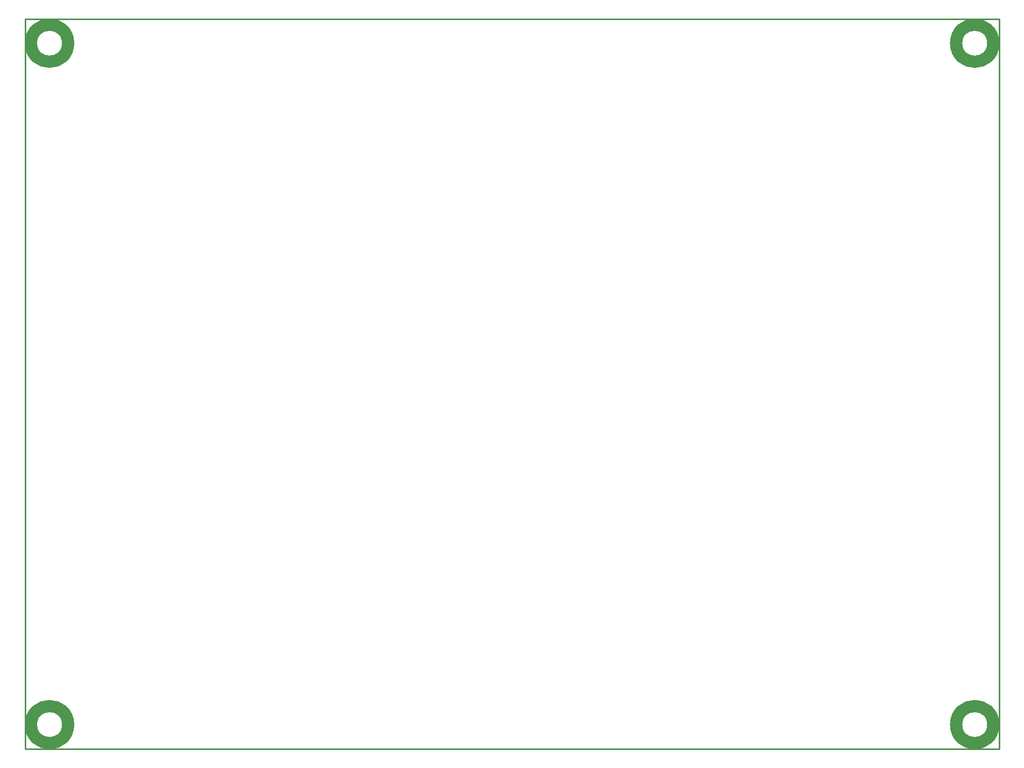
<source format=gko>
G04*
G04 #@! TF.GenerationSoftware,Altium Limited,Altium Designer,25.0.2 (28)*
G04*
G04 Layer_Color=16711935*
%FSLAX44Y44*%
%MOMM*%
G71*
G04*
G04 #@! TF.SameCoordinates,AC037715-0773-48B7-9E6E-B3265F142276*
G04*
G04*
G04 #@! TF.FilePolarity,Positive*
G04*
G01*
G75*
%ADD15C,0.2540*%
%ADD159C,2.0320*%
D15*
X30000Y30000D02*
X1630000D01*
X30000Y1230000D02*
X1630000D01*
Y30000D02*
Y1230000D01*
X30000Y30000D02*
Y1230000D01*
D159*
X100480Y70000D02*
G03*
X100480Y70000I-30480J0D01*
G01*
X1620480D02*
G03*
X1620480Y70000I-30480J0D01*
G01*
X100480Y1190000D02*
G03*
X100480Y1190000I-30480J0D01*
G01*
X1620480D02*
G03*
X1620480Y1190000I-30480J0D01*
G01*
M02*

</source>
